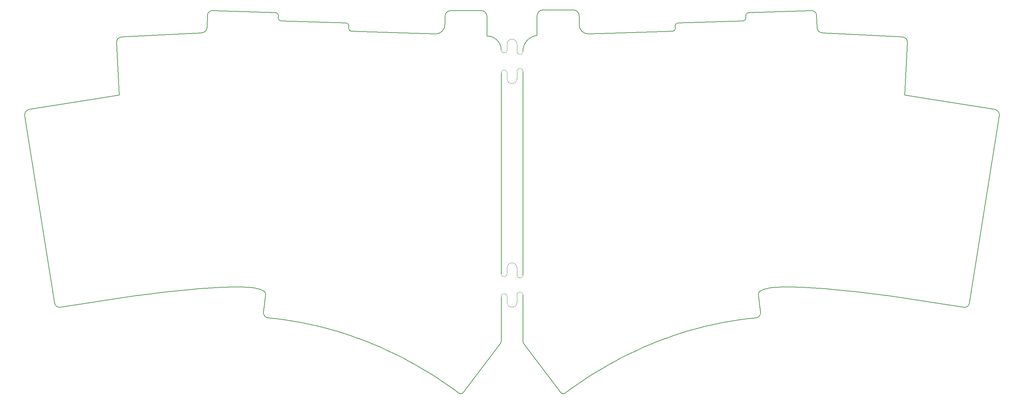
<source format=gbr>
%TF.GenerationSoftware,KiCad,Pcbnew,8.0.5*%
%TF.CreationDate,2024-09-27T14:02:43+02:00*%
%TF.ProjectId,woagboard,776f6167-626f-4617-9264-2e6b69636164,rev?*%
%TF.SameCoordinates,Original*%
%TF.FileFunction,Profile,NP*%
%FSLAX46Y46*%
G04 Gerber Fmt 4.6, Leading zero omitted, Abs format (unit mm)*
G04 Created by KiCad (PCBNEW 8.0.5) date 2024-09-27 14:02:43*
%MOMM*%
%LPD*%
G01*
G04 APERTURE LIST*
%TA.AperFunction,Profile*%
%ADD10C,0.200000*%
%TD*%
%ADD11C,0.200000*%
%TA.AperFunction,Profile*%
%ADD12C,0.100000*%
%TD*%
G04 APERTURE END LIST*
D10*
X42568327Y-31996636D02*
X63007239Y-30925478D01*
X183321834Y-29115174D02*
X183346937Y-29834035D01*
X144600000Y-35669999D02*
G75*
G02*
X148215003Y-31571185I4137200J-5301D01*
G01*
D11*
X240135349Y-98220528D02*
X237939754Y-97929920D01*
X235813896Y-97656637D01*
X233757773Y-97400678D01*
X231771387Y-97162043D01*
X229854738Y-96940731D01*
X228007824Y-96736744D01*
X226230646Y-96550081D01*
X224523205Y-96380742D01*
X222885500Y-96228726D01*
X221317531Y-96094035D01*
X219819298Y-95976668D01*
X218390801Y-95876624D01*
X217032040Y-95793905D01*
X215743016Y-95728510D01*
X214523728Y-95680438D01*
X213374176Y-95649691D01*
X212294360Y-95636268D01*
X211284280Y-95640168D01*
X210343936Y-95661393D01*
X209473329Y-95699942D01*
X208672457Y-95755814D01*
X207941322Y-95829011D01*
X207279923Y-95919531D01*
X206688260Y-96027376D01*
X206166334Y-96152545D01*
X205714143Y-96295037D01*
X205331689Y-96454854D01*
X205018971Y-96631994D01*
X204775989Y-96826459D01*
X204602743Y-97038247D01*
X204499233Y-97267360D01*
X204465460Y-97513797D01*
D10*
X161415000Y-31242698D02*
G75*
G02*
X158915827Y-28571163I-84700J2425498D01*
G01*
X158915832Y-26610402D02*
X158915832Y-28571164D01*
X81843399Y-25819815D02*
G75*
G02*
X82456185Y-26476989I-22199J-634985D01*
G01*
X133960762Y-25250000D02*
G75*
G02*
X135500000Y-26789238I38J-1539200D01*
G01*
X148215000Y-26610402D02*
G75*
G02*
X149754238Y-25071200I1539200J2D01*
G01*
X264605897Y-50460560D02*
G75*
G02*
X265688248Y-51950248I-203697J-1286040D01*
G01*
X139100000Y-109472505D02*
G75*
G02*
X138938127Y-109956293I-803900J5D01*
G01*
X129509187Y-122468919D02*
G75*
G02*
X128315307Y-122638659I-682087J514019D01*
G01*
X79863461Y-103503130D02*
G75*
G02*
X78694766Y-102059799I112639J1286030D01*
G01*
X201243776Y-26476990D02*
G75*
G02*
X201856600Y-25819776I635024J22190D01*
G01*
X204485113Y-97824193D02*
X205005180Y-102059806D01*
X135500000Y-31750000D02*
G75*
G02*
X139100048Y-35300000I49700J-3550000D01*
G01*
X241131673Y-31996636D02*
X220692761Y-30925478D01*
X100972644Y-30498454D02*
X122285000Y-31242698D01*
X64337168Y-29572132D02*
X64445085Y-26481799D01*
X204485113Y-97824193D02*
G75*
G02*
X204465462Y-97513797I2619987J321693D01*
G01*
X205005180Y-102059806D02*
G75*
G02*
X203836534Y-103503076I-1281280J-157294D01*
G01*
X183941414Y-28450755D02*
X200651543Y-27867224D01*
X19094103Y-50460560D02*
X42055852Y-46823777D01*
D11*
X203836539Y-103503130D02*
X202235246Y-103659446D01*
X200634094Y-103847626D01*
X199033633Y-104067332D01*
X197434408Y-104318227D01*
X195836970Y-104599975D01*
X194241867Y-104912238D01*
X192649646Y-105254680D01*
X191060855Y-105626964D01*
X189476044Y-106028753D01*
X187895761Y-106459711D01*
X186320553Y-106919500D01*
X184750969Y-107407783D01*
X183187558Y-107924225D01*
X181630867Y-108468488D01*
X180081445Y-109040235D01*
X178539840Y-109639129D01*
X177006600Y-110264834D01*
X175482275Y-110917013D01*
X173967411Y-111595328D01*
X172462557Y-112299444D01*
X170968262Y-113029023D01*
X169485073Y-113783729D01*
X168013540Y-114563225D01*
X166554210Y-115367173D01*
X165107631Y-116195237D01*
X163674353Y-117047081D01*
X162254922Y-117922367D01*
X160849888Y-118820758D01*
X159459799Y-119741919D01*
X158085203Y-120685511D01*
X156726648Y-121651199D01*
X155384683Y-122638645D01*
D10*
X148215000Y-31571164D02*
X148215000Y-26610402D01*
X79214887Y-97824193D02*
X78694820Y-102059806D01*
X27072261Y-100832666D02*
X43564651Y-98220528D01*
X41349723Y-33350032D02*
G75*
G02*
X42568326Y-31996620I1285977J67432D01*
G01*
X124799168Y-26789238D02*
X124799168Y-28750000D01*
X183321834Y-29115174D02*
G75*
G02*
X183941417Y-28450834I641966J22374D01*
G01*
X217942636Y-25258078D02*
G75*
G02*
X219254921Y-26481799I44264J-1268022D01*
G01*
D11*
X79863461Y-103503130D02*
X81464753Y-103659446D01*
X83065905Y-103847626D01*
X84666366Y-104067332D01*
X86265591Y-104318227D01*
X87863029Y-104599975D01*
X89458132Y-104912238D01*
X91050353Y-105254680D01*
X92639144Y-105626964D01*
X94223955Y-106028753D01*
X95804238Y-106459711D01*
X97379446Y-106919500D01*
X98949030Y-107407783D01*
X100512441Y-107924225D01*
X102069132Y-108468488D01*
X103618554Y-109040235D01*
X105160159Y-109639129D01*
X106693399Y-110264834D01*
X108217724Y-110917013D01*
X109732588Y-111595328D01*
X111237442Y-112299444D01*
X112731737Y-113029023D01*
X114214926Y-113783729D01*
X115686459Y-114563225D01*
X117145789Y-115367173D01*
X118592368Y-116195237D01*
X120025646Y-117047081D01*
X121445077Y-117922367D01*
X122850111Y-118820758D01*
X124240200Y-119741919D01*
X125614796Y-120685511D01*
X126973351Y-121651199D01*
X128315317Y-122638645D01*
D10*
X64445085Y-26481799D02*
G75*
G02*
X65757364Y-25258084I1268015J-44301D01*
G01*
X99758586Y-28450755D02*
X83048457Y-27867224D01*
X124799168Y-26789238D02*
G75*
G02*
X126338406Y-25249968I1539232J38D01*
G01*
X264605897Y-50460560D02*
X241644148Y-46823777D01*
X220692761Y-30925478D02*
G75*
G02*
X219362851Y-29572131I73539J1402378D01*
G01*
X139100000Y-41100000D02*
X139100000Y-92250000D01*
X99758586Y-28450755D02*
G75*
G02*
X100378245Y-29115177I-22386J-642045D01*
G01*
X133960762Y-25250000D02*
X126338406Y-25250000D01*
X201243776Y-26476990D02*
X201269194Y-27204875D01*
X129509187Y-122468919D02*
X138938127Y-109956293D01*
X64337168Y-29572132D02*
G75*
G02*
X63007240Y-30925497I-1403468J49032D01*
G01*
X82456224Y-26476990D02*
X82430806Y-27204875D01*
X42055852Y-46823777D02*
X41349723Y-33350032D01*
X18011786Y-51950243D02*
G75*
G02*
X19094102Y-50460557I1286004J203683D01*
G01*
X201856601Y-25819815D02*
X217942636Y-25258078D01*
X27072261Y-100832666D02*
G75*
G02*
X25582631Y-99750340I-203661J1285966D01*
G01*
X124799168Y-28750000D02*
G75*
G02*
X122284999Y-31242731I-2429368J-64000D01*
G01*
X155384683Y-122638645D02*
G75*
G02*
X154190827Y-122468909I-511783J683745D01*
G01*
X144761873Y-109956293D02*
G75*
G02*
X144600001Y-109472505I642027J483793D01*
G01*
X182727356Y-30498454D02*
X161415000Y-31242698D01*
X83048457Y-27867224D02*
G75*
G02*
X82430775Y-27204874I22343J640024D01*
G01*
X154190813Y-122468919D02*
X144761873Y-109956293D01*
X183346937Y-29834035D02*
G75*
G02*
X182727359Y-30498537I-642037J-22465D01*
G01*
X135500000Y-31750000D02*
X135500000Y-26789238D01*
X81843399Y-25819815D02*
X65757364Y-25258078D01*
X144600000Y-97680000D02*
X144600000Y-109472505D01*
X258117421Y-99750348D02*
X265688214Y-51950243D01*
X25582579Y-99750348D02*
X18011786Y-51950243D01*
X201269194Y-27204875D02*
G75*
G02*
X200651542Y-27867193I-639994J-22325D01*
G01*
X219362832Y-29572132D02*
X219254915Y-26481799D01*
D11*
X43564651Y-98220528D02*
X45760245Y-97929920D01*
X47886103Y-97656637D01*
X49942226Y-97400678D01*
X51928612Y-97162043D01*
X53845261Y-96940731D01*
X55692175Y-96736744D01*
X57469353Y-96550081D01*
X59176794Y-96380742D01*
X60814499Y-96228726D01*
X62382468Y-96094035D01*
X63880701Y-95976668D01*
X65309198Y-95876624D01*
X66667959Y-95793905D01*
X67956983Y-95728510D01*
X69176271Y-95680438D01*
X70325824Y-95649691D01*
X71405639Y-95636268D01*
X72415719Y-95640168D01*
X73356063Y-95661393D01*
X74226670Y-95699942D01*
X75027542Y-95755814D01*
X75758677Y-95829011D01*
X76420076Y-95919531D01*
X77011739Y-96027376D01*
X77533665Y-96152545D01*
X77985856Y-96295037D01*
X78368310Y-96454854D01*
X78681028Y-96631994D01*
X78924010Y-96826459D01*
X79097256Y-97038247D01*
X79200766Y-97267360D01*
X79234540Y-97513797D01*
D10*
X79234540Y-97513797D02*
G75*
G02*
X79214881Y-97824192I-2640240J11397D01*
G01*
X149754238Y-25071164D02*
X157376594Y-25071164D01*
X100972644Y-30498454D02*
G75*
G02*
X100353146Y-29834038I22456J641954D01*
G01*
X157376594Y-25071164D02*
G75*
G02*
X158915836Y-26610402I6J-1539236D01*
G01*
X144600000Y-40730000D02*
X144600000Y-92620000D01*
X241644148Y-46823777D02*
X242350277Y-33350032D01*
X256627739Y-100832666D02*
X240135349Y-98220528D01*
X258117421Y-99750348D02*
G75*
G02*
X256627731Y-100832718I-1286021J203648D01*
G01*
X139100000Y-98050000D02*
X139100000Y-109472505D01*
X100378166Y-29115174D02*
X100353063Y-29834035D01*
X241131673Y-31996636D02*
G75*
G02*
X242350261Y-33350031I-67373J-1285964D01*
G01*
D12*
%TO.C,Snap1*%
X140600000Y-90750000D02*
X140600000Y-92250000D01*
X140600000Y-98050000D02*
X140600000Y-99550000D01*
X143100000Y-92620000D02*
X143100000Y-90750000D01*
X143100000Y-99550000D02*
X143100000Y-97680000D01*
X139100000Y-98050000D02*
G75*
G02*
X140600000Y-98050000I750000J0D01*
G01*
X140600000Y-90750000D02*
G75*
G02*
X143100000Y-90750000I1250000J0D01*
G01*
X140600000Y-92250000D02*
G75*
G02*
X139100000Y-92250000I-750000J0D01*
G01*
X143100000Y-97680000D02*
G75*
G02*
X144600000Y-97680000I750000J0D01*
G01*
X143100000Y-99550000D02*
G75*
G02*
X140600000Y-99550000I-1250000J0D01*
G01*
X144600000Y-92620000D02*
G75*
G02*
X143100000Y-92620000I-750000J0D01*
G01*
%TO.C,Snap2*%
X140600000Y-33800000D02*
X140600000Y-35300000D01*
X140600000Y-41100000D02*
X140600000Y-42600000D01*
X143100000Y-35670000D02*
X143100000Y-33800000D01*
X143100000Y-42600000D02*
X143100000Y-40730000D01*
X139100000Y-41100000D02*
G75*
G02*
X140600000Y-41100000I750000J0D01*
G01*
X140600000Y-33800000D02*
G75*
G02*
X143100000Y-33800000I1250000J0D01*
G01*
X140600000Y-35300000D02*
G75*
G02*
X139100000Y-35300000I-750000J0D01*
G01*
X143100000Y-40730000D02*
G75*
G02*
X144600000Y-40730000I750000J0D01*
G01*
X143100000Y-42600000D02*
G75*
G02*
X140600000Y-42600000I-1250000J0D01*
G01*
X144600000Y-35670000D02*
G75*
G02*
X143100000Y-35670000I-750000J0D01*
G01*
%TD*%
M02*

</source>
